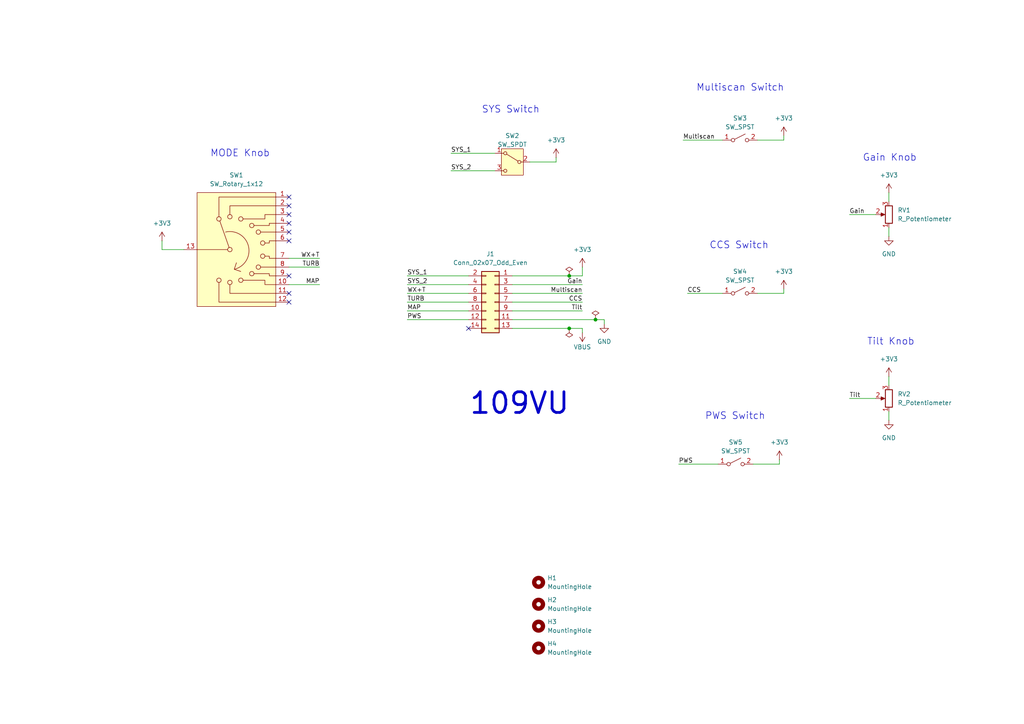
<source format=kicad_sch>
(kicad_sch (version 20231120) (generator "eeschema") (generator_version "8.0")
  (paper "A4")
  (title_block (title "109VU") (date "2024-01-18") (rev "0.2"))
  (lib_symbols
    (symbol "+3V3_1" (power) (pin_numbers hide) (pin_names (offset 0) hide)
      (property "Value" "+3V3" (at 0 3.556 0))
      (symbol "+3V3_1_0_1"
        (polyline (pts (xy -0.762 1.27) (xy 0 2.54)))
        (polyline (pts (xy 0 0) (xy 0 2.54)))
        (polyline (pts (xy 0 2.54) (xy 0.762 1.27)))
      )
      (symbol "+3V3_1_1_1"
        (pin power_in line (at 0 0 90) (length 0) (name "~") (number "1"))
      )
    )
    (symbol "+3V3_2" (power) (pin_numbers hide) (pin_names (offset 0) hide)
      (property "Value" "+3V3" (at 0 3.556 0))
      (symbol "+3V3_2_0_1"
        (polyline (pts (xy -0.762 1.27) (xy 0 2.54)))
        (polyline (pts (xy 0 0) (xy 0 2.54)))
        (polyline (pts (xy 0 2.54) (xy 0.762 1.27)))
      )
      (symbol "+3V3_2_1_1"
        (pin power_in line (at 0 0 90) (length 0) (name "~") (number "1"))
      )
    )
    (symbol "+3V3_3" (power) (pin_numbers hide) (pin_names (offset 0) hide)
      (property "Value" "+3V3" (at 0 3.556 0))
      (symbol "+3V3_3_0_1"
        (polyline (pts (xy -0.762 1.27) (xy 0 2.54)))
        (polyline (pts (xy 0 0) (xy 0 2.54)))
        (polyline (pts (xy 0 2.54) (xy 0.762 1.27)))
      )
      (symbol "+3V3_3_1_1"
        (pin power_in line (at 0 0 90) (length 0) (name "~") (number "1"))
      )
    )
    (symbol "+3V3_4" (power) (pin_numbers hide) (pin_names (offset 0) hide)
      (property "Value" "+3V3" (at 0 3.556 0))
      (symbol "+3V3_4_0_1"
        (polyline (pts (xy -0.762 1.27) (xy 0 2.54)))
        (polyline (pts (xy 0 0) (xy 0 2.54)))
        (polyline (pts (xy 0 2.54) (xy 0.762 1.27)))
      )
      (symbol "+3V3_4_1_1"
        (pin power_in line (at 0 0 90) (length 0) (name "~") (number "1"))
      )
    )
    (symbol "+3V3_5" (power) (pin_numbers hide) (pin_names (offset 0) hide)
      (property "Value" "+3V3" (at 0 3.556 0))
      (symbol "+3V3_5_0_1"
        (polyline (pts (xy -0.762 1.27) (xy 0 2.54)))
        (polyline (pts (xy 0 0) (xy 0 2.54)))
        (polyline (pts (xy 0 2.54) (xy 0.762 1.27)))
      )
      (symbol "+3V3_5_1_1"
        (pin power_in line (at 0 0 90) (length 0) (name "~") (number "1"))
      )
    )
    (symbol "+3V3_6" (power) (pin_numbers hide) (pin_names (offset 0) hide)
      (property "Value" "+3V3" (at 0 3.556 0))
      (symbol "+3V3_6_0_1"
        (polyline (pts (xy -0.762 1.27) (xy 0 2.54)))
        (polyline (pts (xy 0 0) (xy 0 2.54)))
        (polyline (pts (xy 0 2.54) (xy 0.762 1.27)))
      )
      (symbol "+3V3_6_1_1"
        (pin power_in line (at 0 0 90) (length 0) (name "~") (number "1"))
      )
    )
    (symbol "Connector_Generic:Conn_02x07_Odd_Even" (pin_names (offset 1.016) hide)
      (property "Reference" "J" (at 1.27 10.16 0))
      (property "Value" "Conn_02x07_Odd_Even" (at 1.27 -10.16 0))
      (symbol "Conn_02x07_Odd_Even_1_1"
        (rectangle (start -1.27 -7.493) (end 0 -7.747) (stroke (width 0.1524)))
        (rectangle (start -1.27 -4.953) (end 0 -5.207) (stroke (width 0.1524)))
        (rectangle (start -1.27 -2.413) (end 0 -2.667) (stroke (width 0.1524)))
        (rectangle (start -1.27 0.127) (end 0 -0.127) (stroke (width 0.1524)))
        (rectangle (start -1.27 2.667) (end 0 2.413) (stroke (width 0.1524)))
        (rectangle (start -1.27 5.207) (end 0 4.953) (stroke (width 0.1524)))
        (rectangle (start -1.27 7.747) (end 0 7.493) (stroke (width 0.1524)))
        (rectangle (start -1.27 8.89) (end 3.81 -8.89) (stroke (width 0.254)) (fill (type background)))
        (rectangle (start 3.81 -7.493) (end 2.54 -7.747) (stroke (width 0.1524)))
        (rectangle (start 3.81 -4.953) (end 2.54 -5.207) (stroke (width 0.1524)))
        (rectangle (start 3.81 -2.413) (end 2.54 -2.667) (stroke (width 0.1524)))
        (rectangle (start 3.81 0.127) (end 2.54 -0.127) (stroke (width 0.1524)))
        (rectangle (start 3.81 2.667) (end 2.54 2.413) (stroke (width 0.1524)))
        (rectangle (start 3.81 5.207) (end 2.54 4.953) (stroke (width 0.1524)))
        (rectangle (start 3.81 7.747) (end 2.54 7.493) (stroke (width 0.1524)))
        (pin passive line (at -5.08 7.62 0) (length 3.81) (name "Pin_1") (number "1"))
        (pin passive line (at 7.62 -2.54 180) (length 3.81) (name "Pin_10") (number "10"))
        (pin passive line (at -5.08 -5.08 0) (length 3.81) (name "Pin_11") (number "11"))
        (pin passive line (at 7.62 -5.08 180) (length 3.81) (name "Pin_12") (number "12"))
        (pin passive line (at -5.08 -7.62 0) (length 3.81) (name "Pin_13") (number "13"))
        (pin passive line (at 7.62 -7.62 180) (length 3.81) (name "Pin_14") (number "14"))
        (pin passive line (at 7.62 7.62 180) (length 3.81) (name "Pin_2") (number "2"))
        (pin passive line (at -5.08 5.08 0) (length 3.81) (name "Pin_3") (number "3"))
        (pin passive line (at 7.62 5.08 180) (length 3.81) (name "Pin_4") (number "4"))
        (pin passive line (at -5.08 2.54 0) (length 3.81) (name "Pin_5") (number "5"))
        (pin passive line (at 7.62 2.54 180) (length 3.81) (name "Pin_6") (number "6"))
        (pin passive line (at -5.08 0 0) (length 3.81) (name "Pin_7") (number "7"))
        (pin passive line (at 7.62 0 180) (length 3.81) (name "Pin_8") (number "8"))
        (pin passive line (at -5.08 -2.54 0) (length 3.81) (name "Pin_9") (number "9"))
      )
    )
    (symbol "Device:R_Potentiometer" (pin_names (offset 1.016) hide)
      (property "Reference" "RV" (at -4.445 0 90))
      (property "Value" "R_Potentiometer" (at -2.54 0 90))
      (symbol "R_Potentiometer_0_1"
        (polyline (pts (xy 2.54 0) (xy 1.524 0)))
        (polyline (pts (xy 1.143 0) (xy 2.286 0.508) (xy 2.286 -0.508) (xy 1.143 0)) (fill (type outline)))
        (rectangle (start 1.016 2.54) (end -1.016 -2.54) (stroke (width 0.254)))
      )
      (symbol "R_Potentiometer_1_1"
        (pin passive line (at 0 3.81 270) (length 1.27) (name "1") (number "1"))
        (pin passive line (at 3.81 0 180) (length 1.27) (name "2") (number "2"))
        (pin passive line (at 0 -3.81 90) (length 1.27) (name "3") (number "3"))
      )
    )
    (symbol "GND_1" (power) (pin_numbers hide) (pin_names (offset 0) hide)
      (property "Value" "GND" (at 0 -3.81 0))
      (symbol "GND_1_0_1"
        (polyline (pts (xy 0 0) (xy 0 -1.27) (xy 1.27 -1.27) (xy 0 -2.54) (xy -1.27 -1.27) (xy 0 -1.27)))
      )
      (symbol "GND_1_1_1"
        (pin power_in line (at 0 0 270) (length 0) (name "~") (number "1"))
      )
    )
    (symbol "Mechanical:MountingHole" (pin_names (offset 1.016))
      (property "Reference" "H" (at 0 5.08 0))
      (property "Value" "MountingHole" (at 0 3.175 0))
      (symbol "MountingHole_0_1"
        (circle (center 0 0) (radius 1.27) (stroke (width 1.27)))
      )
    )
    (symbol "Switch:SW_Rotary_1x12" (pin_names (offset 1.016) hide)
      (property "Reference" "SW" (at 0 17.78 0))
      (property "Value" "SW_Rotary_1x12" (at 0 -17.78 0))
      (symbol "SW_Rotary_1x12_0_0"
        (circle (center -5.08 -8.89) (radius 0.635))
        (circle (center -5.08 8.89) (radius 0.635))
        (circle (center -1.905 -9.525) (radius 0.635))
        (circle (center -1.905 0) (radius 0.635))
        (circle (center -1.905 9.525) (radius 0.635))
        (arc (start -0.635 -5.715) (mid 3.4777 0.949) (end -3.175 5.08))
        (polyline (pts (xy -2.1336 0.6096) (xy -4.826 8.2804)))
        (polyline (pts (xy -0.635 -5.715) (xy 0 -3.81)))
        (polyline (pts (xy -0.635 -5.715) (xy 1.27 -6.35)))
        (polyline (pts (xy 6.985 -5.08) (xy 11.43 -5.08)))
        (polyline (pts (xy 6.985 5.08) (xy 11.43 5.08)))
        (polyline (pts (xy -5.08 -9.525) (xy -5.08 -15.24) (xy 11.43 -15.24)))
        (polyline (pts (xy -5.08 9.525) (xy -5.08 15.24) (xy 11.43 15.24)))
        (polyline (pts (xy -1.905 -10.16) (xy -1.905 -12.7) (xy 11.43 -12.7)))
        (polyline (pts (xy -1.905 10.16) (xy -1.905 12.7) (xy 11.43 12.7)))
        (polyline (pts (xy 1.905 -8.89) (xy 8.255 -8.89) (xy 8.255 -10.16) (xy 11.43 -10.16)))
        (polyline (pts (xy 1.905 8.89) (xy 8.255 8.89) (xy 8.255 10.16) (xy 11.43 10.16)))
        (polyline (pts (xy 5.08 -6.985) (xy 9.525 -6.985) (xy 9.525 -7.62) (xy 11.43 -7.62)))
        (polyline (pts (xy 5.08 6.985) (xy 9.525 6.985) (xy 9.525 7.62) (xy 11.43 7.62)))
        (polyline (pts (xy 8.255 -1.905) (xy 9.525 -1.905) (xy 9.525 -2.54) (xy 11.43 -2.54)))
        (polyline (pts (xy 8.255 1.905) (xy 9.525 1.905) (xy 9.525 2.54) (xy 11.43 2.54)))
        (circle (center 1.27 -8.89) (radius 0.635))
        (circle (center 1.27 8.89) (radius 0.635))
        (circle (center 4.445 -6.985) (radius 0.635))
        (circle (center 4.445 6.985) (radius 0.635))
        (circle (center 6.35 -5.08) (radius 0.635))
        (circle (center 6.35 5.08) (radius 0.635))
        (circle (center 7.62 -1.905) (radius 0.635))
        (circle (center 7.62 1.905) (radius 0.635))
      )
      (symbol "SW_Rotary_1x12_1_1"
        (rectangle (start -11.43 16.51) (end 11.43 -16.51) (fill (type background)))
        (polyline (pts (xy -11.43 0) (xy -2.54 0)))
        (pin passive line (at 15.24 15.24 180) (length 3.81) (name "1") (number "1"))
        (pin passive line (at 15.24 -10.16 180) (length 3.81) (name "10") (number "10"))
        (pin passive line (at 15.24 -12.7 180) (length 3.81) (name "11") (number "11"))
        (pin passive line (at 15.24 -15.24 180) (length 3.81) (name "12") (number "12"))
        (pin passive line (at -15.24 0 0) (length 3.81) (name "13") (number "13"))
        (pin passive line (at 15.24 12.7 180) (length 3.81) (name "2") (number "2"))
        (pin passive line (at 15.24 10.16 180) (length 3.81) (name "3") (number "3"))
        (pin passive line (at 15.24 7.62 180) (length 3.81) (name "4") (number "4"))
        (pin passive line (at 15.24 5.08 180) (length 3.81) (name "5") (number "5"))
        (pin passive line (at 15.24 2.54 180) (length 3.81) (name "6") (number "6"))
        (pin passive line (at 15.24 -2.54 180) (length 3.81) (name "7") (number "7"))
        (pin passive line (at 15.24 -5.08 180) (length 3.81) (name "8") (number "8"))
        (pin passive line (at 15.24 -7.62 180) (length 3.81) (name "9") (number "9"))
      )
    )
    (symbol "Switch:SW_SPDT" (pin_names (offset 0) hide)
      (property "Reference" "SW" (at 0 5.08 0))
      (property "Value" "SW_SPDT" (at 0 -5.08 0))
      (symbol "SW_SPDT_0_1"
        (circle (center -2.032 0) (radius 0.4572))
        (polyline (pts (xy -1.651 0.254) (xy 1.651 2.286)))
        (circle (center 2.032 -2.54) (radius 0.4572))
        (circle (center 2.032 2.54) (radius 0.4572))
      )
      (symbol "SW_SPDT_1_1"
        (rectangle (start -3.175 3.81) (end 3.175 -3.81) (fill (type background)))
        (pin passive line (at 5.08 2.54 180) (length 2.54) (name "A") (number "1"))
        (pin passive line (at -5.08 0 0) (length 2.54) (name "B") (number "2"))
        (pin passive line (at 5.08 -2.54 180) (length 2.54) (name "C") (number "3"))
      )
    )
    (symbol "Switch:SW_SPST" (pin_names (offset 0) hide)
      (property "Reference" "SW" (at 0 3.175 0))
      (property "Value" "SW_SPST" (at 0 -2.54 0))
      (symbol "SW_SPST_0_0"
        (circle (center -2.032 0) (radius 0.508))
        (polyline (pts (xy -1.524 0.254) (xy 1.524 1.778)))
        (circle (center 2.032 0) (radius 0.508))
      )
      (symbol "SW_SPST_1_1"
        (pin passive line (at -5.08 0 0) (length 2.54) (name "A") (number "1"))
        (pin passive line (at 5.08 0 180) (length 2.54) (name "B") (number "2"))
      )
    )
    (symbol "power:+3V3" (power) (pin_numbers hide) (pin_names (offset 0) hide)
      (property "Value" "+3V3" (at 0 3.556 0))
      (symbol "+3V3_0_1"
        (polyline (pts (xy -0.762 1.27) (xy 0 2.54)))
        (polyline (pts (xy 0 0) (xy 0 2.54)))
        (polyline (pts (xy 0 2.54) (xy 0.762 1.27)))
      )
      (symbol "+3V3_1_1"
        (pin power_in line (at 0 0 90) (length 0) (name "~") (number "1"))
      )
    )
    (symbol "power:GND" (power) (pin_numbers hide) (pin_names (offset 0) hide)
      (property "Value" "GND" (at 0 -3.81 0))
      (symbol "GND_0_1"
        (polyline (pts (xy 0 0) (xy 0 -1.27) (xy 1.27 -1.27) (xy 0 -2.54) (xy -1.27 -1.27) (xy 0 -1.27)))
      )
      (symbol "GND_1_1"
        (pin power_in line (at 0 0 270) (length 0) (name "~") (number "1"))
      )
    )
    (symbol "power:PWR_FLAG" (power) (pin_numbers hide) (pin_names (offset 0) hide)
      (property "Value" "PWR_FLAG" (at 0 3.81 0))
      (symbol "PWR_FLAG_0_0"
        (pin power_out line (at 0 0 90) (length 0) (name "~") (number "1"))
      )
      (symbol "PWR_FLAG_0_1"
        (polyline (pts (xy 0 0) (xy 0 1.27) (xy -1.016 1.905) (xy 0 2.54) (xy 1.016 1.905) (xy 0 1.27)))
      )
    )
    (symbol "power:VBUS" (power) (pin_numbers hide) (pin_names (offset 0) hide)
      (property "Value" "VBUS" (at 0 3.556 0))
      (symbol "VBUS_0_1"
        (polyline (pts (xy -0.762 1.27) (xy 0 2.54)))
        (polyline (pts (xy 0 0) (xy 0 2.54)))
        (polyline (pts (xy 0 2.54) (xy 0.762 1.27)))
      )
      (symbol "VBUS_1_1"
        (pin power_in line (at 0 0 90) (length 0) (name "~") (number "1"))
      )
    )
  )
  (junction (at 165.1 95.25))
  (junction (at 165.1 80.01))
  (junction (at 172.72 92.71))
  (no_connect (at 83.82 67.31))
  (no_connect (at 135.89 95.25))
  (no_connect (at 83.82 69.85))
  (no_connect (at 83.82 80.01))
  (no_connect (at 83.82 62.23))
  (no_connect (at 83.82 59.69))
  (no_connect (at 83.82 64.77))
  (no_connect (at 83.82 57.15))
  (no_connect (at 83.82 85.09))
  (no_connect (at 83.82 87.63))
  (wire (pts (xy 148.59 90.17) (xy 168.91 90.17)))
  (wire (pts (xy 257.81 55.88) (xy 257.81 58.42)))
  (wire (pts (xy 118.11 90.17) (xy 135.89 90.17)))
  (wire (pts (xy 227.33 83.82) (xy 227.33 85.09)))
  (wire (pts (xy 148.59 85.09) (xy 168.91 85.09)))
  (wire (pts (xy 219.71 40.64) (xy 227.33 40.64)))
  (wire (pts (xy 172.72 92.71) (xy 175.26 92.71)))
  (wire (pts (xy 46.99 69.85) (xy 46.99 72.39)))
  (wire (pts (xy 118.11 82.55) (xy 135.89 82.55)))
  (wire (pts (xy 226.06 133.35) (xy 226.06 134.62)))
  (wire (pts (xy 118.11 92.71) (xy 135.89 92.71)))
  (wire (pts (xy 257.81 119.38) (xy 257.81 121.92)))
  (wire (pts (xy 175.26 92.71) (xy 175.26 93.98)))
  (wire (pts (xy 118.11 87.63) (xy 135.89 87.63)))
  (wire (pts (xy 198.12 40.64) (xy 209.55 40.64)))
  (wire (pts (xy 83.82 74.93) (xy 92.71 74.93)))
  (wire (pts (xy 148.59 82.55) (xy 168.91 82.55)))
  (wire (pts (xy 118.11 80.01) (xy 135.89 80.01)))
  (wire (pts (xy 165.1 95.25) (xy 168.91 95.25)))
  (wire (pts (xy 227.33 39.37) (xy 227.33 40.64)))
  (wire (pts (xy 168.91 96.52) (xy 168.91 95.25)))
  (wire (pts (xy 130.81 49.53) (xy 143.51 49.53)))
  (wire (pts (xy 218.44 134.62) (xy 226.06 134.62)))
  (wire (pts (xy 130.81 44.45) (xy 143.51 44.45)))
  (wire (pts (xy 83.82 82.55) (xy 92.71 82.55)))
  (wire (pts (xy 165.1 80.01) (xy 168.91 80.01)))
  (wire (pts (xy 83.82 77.47) (xy 92.71 77.47)))
  (wire (pts (xy 246.38 115.57) (xy 254 115.57)))
  (wire (pts (xy 246.38 62.23) (xy 254 62.23)))
  (wire (pts (xy 148.59 95.25) (xy 165.1 95.25)))
  (wire (pts (xy 168.91 77.47) (xy 168.91 80.01)))
  (wire (pts (xy 46.99 72.39) (xy 53.34 72.39)))
  (wire (pts (xy 148.59 80.01) (xy 165.1 80.01)))
  (wire (pts (xy 148.59 92.71) (xy 172.72 92.71)))
  (wire (pts (xy 161.29 45.72) (xy 161.29 46.99)))
  (wire (pts (xy 196.85 134.62) (xy 208.28 134.62)))
  (wire (pts (xy 148.59 87.63) (xy 168.91 87.63)))
  (wire (pts (xy 257.81 109.22) (xy 257.81 111.76)))
  (wire (pts (xy 199.39 85.09) (xy 209.55 85.09)))
  (wire (pts (xy 219.71 85.09) (xy 227.33 85.09)))
  (wire (pts (xy 118.11 85.09) (xy 135.89 85.09)))
  (wire (pts (xy 153.67 46.99) (xy 161.29 46.99)))
  (wire (pts (xy 257.81 66.04) (xy 257.81 68.58)))
  (text "Multiscan Switch" (at 201.93 26.67 0) (effects (font (size 2 2)) (justify left bottom)))
  (text "Gain Knob" (at 250.19 46.99 0) (effects (font (size 2 2)) (justify left bottom)))
  (text "MODE Knob" (at 60.96 45.72 0) (effects (font (size 2 2)) (justify left bottom)))
  (text "SYS Switch" (at 139.7 33.02 0) (effects (font (size 2 2)) (justify left bottom)))
  (text "PWS Switch" (at 204.47 121.92 0) (effects (font (size 2 2)) (justify left bottom)))
  (text "109VU" (at 135.89 120.65 0) (effects (font (size 6 6) (thickness 0.8) (bold yes)) (justify left bottom)))
  (text "Tilt Knob" (at 251.46 100.33 0) (effects (font (size 2 2)) (justify left bottom)))
  (text "CCS Switch" (at 205.74 72.39 0) (effects (font (size 2 2)) (justify left bottom)))
  (label "SYS_1" (at 118.11 80.01 0))
  (label "Multiscan" (at 168.91 85.09 180))
  (label "Tilt" (at 168.91 90.17 180))
  (label "TURB" (at 118.11 87.63 0))
  (label "CCS" (at 199.39 85.09 0))
  (label "PWS" (at 118.11 92.71 0))
  (label "Tilt" (at 246.38 115.57 0))
  (label "SYS_1" (at 130.81 44.45 0))
  (label "TURB" (at 92.71 77.47 180))
  (label "CCS" (at 168.91 87.63 180))
  (label "Multiscan" (at 198.12 40.64 0))
  (label "PWS" (at 196.85 134.62 0))
  (label "WX+T" (at 118.11 85.09 0))
  (label "MAP" (at 118.11 90.17 0))
  (label "MAP" (at 92.71 82.55 180))
  (label "Gain" (at 168.91 82.55 180))
  (label "Gain" (at 246.38 62.23 0))
  (label "SYS_2" (at 130.81 49.53 0))
  (label "SYS_2" (at 118.11 82.55 0))
  (label "WX+T" (at 92.71 74.93 180))
  (symbol (lib_name "+3V3_1") (lib_id "power:+3V3") (at 168.91 77.47 0) (unit 1)
    (property "Reference" "#PWR014" (effects (hide yes)))
    (property "Value" "+3V3" (at 168.91 72.39 0))
    (property "Description" "Power symbol creates a global label with name \"+3V3\"" (effects (hide yes)))
  )
  (symbol (lib_id "power:+3V3") (at 257.81 109.22 0) (unit 1)
    (property "Reference" "#PWR027" (effects (hide yes)))
    (property "Value" "+3V3" (at 257.81 104.14 0))
    (property "Description" "Power symbol creates a global label with name \"+3V3\"" (effects (hide yes)))
  )
  (symbol (lib_name "+3V3_6") (lib_id "power:+3V3") (at 227.33 39.37 0) (unit 1)
    (property "Reference" "#PWR022" (effects (hide yes)))
    (property "Value" "+3V3" (at 227.33 34.29 0))
    (property "Description" "Power symbol creates a global label with name \"+3V3\"" (effects (hide yes)))
  )
  (symbol (lib_id "power:PWR_FLAG") (at 165.1 95.25 180) (unit 1)
    (property "Reference" "#FLG03" (effects (hide yes)))
    (property "Value" "PWR_FLAG" (effects (hide yes)))
    (property "Description" "Special symbol for telling ERC where power comes from" (effects (hide yes)))
  )
  (symbol (lib_name "+3V3_2") (lib_id "power:+3V3") (at 46.99 69.85 0) (unit 1)
    (property "Reference" "#PWR02" (effects (hide yes)))
    (property "Value" "+3V3" (at 46.99 64.77 0))
    (property "Description" "Power symbol creates a global label with name \"+3V3\"" (effects (hide yes)))
  )
  (symbol (lib_id "Connector_Generic:Conn_02x07_Odd_Even") (at 143.51 87.63 0) (mirror y) (unit 1)
    (property "Reference" "J1" (at 142.24 73.66 0))
    (property "Value" "Conn_02x07_Odd_Even" (at 142.24 76.2 0))
    (property "Footprint" "Connector_IDC:IDC-Header_2x07_P2.54mm_Vertical" (effects (hide yes)))
  )
  (symbol (lib_id "power:PWR_FLAG") (at 172.72 92.71 0) (unit 1)
    (property "Reference" "#FLG02" (effects (hide yes)))
    (property "Value" "PWR_FLAG" (effects (hide yes)))
    (property "Description" "Special symbol for telling ERC where power comes from" (effects (hide yes)))
  )
  (symbol (lib_id "Switch:SW_Rotary_1x12") (at 68.58 72.39 0) (unit 1)
    (property "Reference" "SW1" (at 68.58 50.8 0))
    (property "Value" "SW_Rotary_1x12" (at 68.58 53.34 0))
    (property "Footprint" "NiasStuff:C&K_Rotary_Switches" (effects (hide yes)))
    (property "Datasheet" "https://www.mouser.de/datasheet/2/240/arotary-3050724.pdf" (effects (hide yes)))
    (property "JLCPCB Part" "N/A" (effects (hide yes)))
    (property "Manufracturer" "C&K" (effects (hide yes)))
    (property "Manufracturer Part Number" "A12505RNZQ " (effects (hide yes)))
  )
  (symbol (lib_id "Mechanical:MountingHole") (at 156.21 187.96 0) (unit 1) (in_bom no)
    (property "Reference" "H4" (at 158.75 186.69 0) (effects (justify left)))
    (property "Value" "MountingHole" (at 158.75 189.23 0) (effects (justify left)))
    (property "Footprint" "MountingHole:MountingHole_2.2mm_M2" (effects (hide yes)))
  )
  (symbol (lib_name "+3V3_4") (lib_id "power:+3V3") (at 227.33 83.82 0) (unit 1)
    (property "Reference" "#PWR023" (effects (hide yes)))
    (property "Value" "+3V3" (at 227.33 78.74 0))
    (property "Description" "Power symbol creates a global label with name \"+3V3\"" (effects (hide yes)))
  )
  (symbol (lib_id "Device:R_Potentiometer") (at 257.81 62.23 180) (unit 1)
    (property "Reference" "RV1" (at 260.35 60.96 0) (effects (justify right)))
    (property "Value" "R_Potentiometer" (at 260.35 63.5 0) (effects (justify right)))
    (property "Footprint" "NiasStuff:Potentiometer_Alps_RK09L_Double_Vertical" (effects (hide yes)))
    (property "Datasheet" "https://datasheet.lcsc.com/lcsc/1912111437_ALPSALPINE-RK09L1240A12_C380211.pdf" (effects (hide yes)))
    (property "Manufracturer" "ALPSALPINE" (effects (hide yes)))
    (property "Manufracturer Part Number" "RK09L1240A12" (effects (hide yes)))
    (property "JLCPCB Part" "C380211" (effects (hide yes)))
  )
  (symbol (lib_id "power:GND") (at 257.81 68.58 0) (unit 1)
    (property "Reference" "#PWR026" (effects (hide yes)))
    (property "Value" "GND" (at 257.81 73.66 0))
    (property "Description" "Power symbol creates a global label with name \"GND\" , ground" (effects (hide yes)))
  )
  (symbol (lib_id "power:+3V3") (at 257.81 55.88 0) (unit 1)
    (property "Reference" "#PWR025" (effects (hide yes)))
    (property "Value" "+3V3" (at 257.81 50.8 0))
    (property "Description" "Power symbol creates a global label with name \"+3V3\"" (effects (hide yes)))
  )
  (symbol (lib_id "power:GND") (at 257.81 121.92 0) (unit 1)
    (property "Reference" "#PWR028" (effects (hide yes)))
    (property "Value" "GND" (at 257.81 127 0))
    (property "Description" "Power symbol creates a global label with name \"GND\" , ground" (effects (hide yes)))
  )
  (symbol (lib_id "power:PWR_FLAG") (at 165.1 80.01 0) (unit 1)
    (property "Reference" "#FLG01" (effects (hide yes)))
    (property "Value" "PWR_FLAG" (effects (hide yes)))
    (property "Description" "Special symbol for telling ERC where power comes from" (effects (hide yes)))
  )
  (symbol (lib_id "Mechanical:MountingHole") (at 156.21 181.61 0) (unit 1) (in_bom no)
    (property "Reference" "H3" (at 158.75 180.34 0) (effects (justify left)))
    (property "Value" "MountingHole" (at 158.75 182.88 0) (effects (justify left)))
    (property "Footprint" "MountingHole:MountingHole_2.2mm_M2" (effects (hide yes)))
  )
  (symbol (lib_name "+3V3_3") (lib_id "power:+3V3") (at 161.29 45.72 0) (unit 1)
    (property "Reference" "#PWR013" (effects (hide yes)))
    (property "Value" "+3V3" (at 161.29 40.64 0))
    (property "Description" "Power symbol creates a global label with name \"+3V3\"" (effects (hide yes)))
  )
  (symbol (lib_id "Switch:SW_SPST") (at 214.63 85.09 0) (unit 1)
    (property "Reference" "SW4" (at 214.63 78.74 0))
    (property "Value" "SW_SPST" (at 214.63 81.28 0))
    (property "Footprint" "NiasStuff:SW_SPDT_YUEN-FUNG_MT-0-102-A101-M200-RS" (effects (hide yes)))
    (property "Datasheet" "https://www.lcsc.com/datasheet/lcsc_datasheet_2307200931_YUEN-FUNG-MT-0-103-A101-M200-RS_C1788493.pdf" (effects (hide yes)))
    (property "JLCPCB Part" "C1788492" (effects (hide yes)))
    (property "Manufracturer" "YUEN FUNG" (effects (hide yes)))
    (property "Manufracturer Part Number" "MT-0-102-A101-M200-RS" (effects (hide yes)))
  )
  (symbol (lib_id "Switch:SW_SPDT") (at 148.59 46.99 0) (mirror y) (unit 1)
    (property "Reference" "SW2" (at 148.59 39.37 0))
    (property "Value" "SW_SPDT" (at 148.59 41.91 0))
    (property "Footprint" "NiasStuff:SW_SPDT_YUEN-FUNG_MT-0-102-A101-M200-RS" (effects (hide yes)))
    (property "Description" "Switch, single pole double throw" (effects (hide yes)))
    (property "JLCPCB Part" "C1788493" (effects (hide yes)))
    (property "Manufracturer" "YUEN FUNG" (effects (hide yes)))
    (property "Manufracturer Part Number" "MT-0-103-A101-M200-RS" (effects (hide yes)))
  )
  (symbol (lib_name "GND_1") (lib_id "power:GND") (at 175.26 93.98 0) (unit 1)
    (property "Reference" "#PWR015" (effects (hide yes)))
    (property "Value" "GND" (at 175.26 99.06 0))
    (property "Description" "Power symbol creates a global label with name \"GND\" , ground" (effects (hide yes)))
  )
  (symbol (lib_id "Mechanical:MountingHole") (at 156.21 175.26 0) (unit 1) (in_bom no)
    (property "Reference" "H2" (at 158.75 173.99 0) (effects (justify left)))
    (property "Value" "MountingHole" (at 158.75 176.53 0) (effects (justify left)))
    (property "Footprint" "MountingHole:MountingHole_2.2mm_M2" (effects (hide yes)))
  )
  (symbol (lib_id "Mechanical:MountingHole") (at 156.21 168.91 0) (unit 1) (in_bom no)
    (property "Reference" "H1" (at 158.75 167.64 0) (effects (justify left)))
    (property "Value" "MountingHole" (at 158.75 170.18 0) (effects (justify left)))
    (property "Footprint" "MountingHole:MountingHole_2.2mm_M2" (effects (hide yes)))
  )
  (symbol (lib_id "Switch:SW_SPST") (at 213.36 134.62 0) (unit 1)
    (property "Reference" "SW5" (at 213.36 128.27 0))
    (property "Value" "SW_SPST" (at 213.36 130.81 0))
    (property "Footprint" "NiasStuff:SW_SPDT_YUEN-FUNG_MT-0-102-A101-M200-RS" (effects (hide yes)))
    (property "Datasheet" "https://www.lcsc.com/datasheet/lcsc_datasheet_2307200931_YUEN-FUNG-MT-0-103-A101-M200-RS_C1788493.pdf" (effects (hide yes)))
    (property "JLCPCB Part" "C1788492" (effects (hide yes)))
    (property "Manufracturer" "YUEN FUNG" (effects (hide yes)))
    (property "Manufracturer Part Number" "MT-0-102-A101-M200-RS" (effects (hide yes)))
  )
  (symbol (lib_id "Device:R_Potentiometer") (at 257.81 115.57 180) (unit 1)
    (property "Reference" "RV2" (at 260.35 114.3 0) (effects (justify right)))
    (property "Value" "R_Potentiometer" (at 260.35 116.84 0) (effects (justify right)))
    (property "Footprint" "NiasStuff:Potentiometer_Alps_RK09L_Double_Vertical" (effects (hide yes)))
    (property "Datasheet" "https://datasheet.lcsc.com/lcsc/1912111437_ALPSALPINE-RK09L1240A12_C380211.pdf" (effects (hide yes)))
    (property "Manufracturer" "ALPSALPINE" (effects (hide yes)))
    (property "Manufracturer Part Number" "RK09L1240A12" (effects (hide yes)))
    (property "JLCPCB Part" "C380211" (effects (hide yes)))
  )
  (symbol (lib_name "+3V3_5") (lib_id "power:+3V3") (at 226.06 133.35 0) (unit 1)
    (property "Reference" "#PWR024" (effects (hide yes)))
    (property "Value" "+3V3" (at 226.06 128.27 0))
    (property "Description" "Power symbol creates a global label with name \"+3V3\"" (effects (hide yes)))
  )
  (symbol (lib_id "power:VBUS") (at 168.91 96.52 180) (unit 1)
    (property "Reference" "#PWR05" (effects (hide yes)))
    (property "Value" "VBUS" (at 168.91 100.6531 0))
    (property "Description" "Power symbol creates a global label with name \"VBUS\"" (effects (hide yes)))
  )
  (symbol (lib_id "Switch:SW_SPST") (at 214.63 40.64 0) (unit 1)
    (property "Reference" "SW3" (at 214.63 34.29 0))
    (property "Value" "SW_SPST" (at 214.63 36.83 0))
    (property "Footprint" "NiasStuff:SW_SPDT_YUEN-FUNG_MT-0-102-A101-M200-RS" (effects (hide yes)))
    (property "Datasheet" "https://www.lcsc.com/datasheet/lcsc_datasheet_2307200931_YUEN-FUNG-MT-0-103-A101-M200-RS_C1788493.pdf" (effects (hide yes)))
    (property "JLCPCB Part" "C1788492" (effects (hide yes)))
    (property "Manufracturer" "YUEN FUNG" (effects (hide yes)))
    (property "Manufracturer Part Number" "MT-0-102-A101-M200-RS" (effects (hide yes)))
  )
)
</source>
